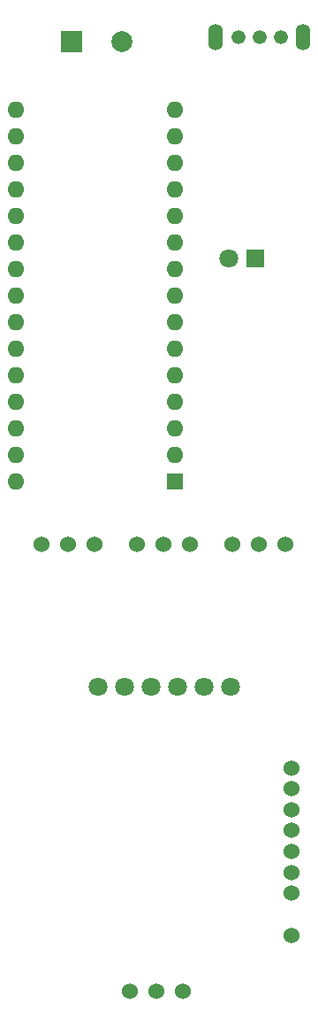
<source format=gbr>
%TF.GenerationSoftware,KiCad,Pcbnew,8.0.8*%
%TF.CreationDate,2025-07-07T15:36:10-04:00*%
%TF.ProjectId,V0.5.0,56302e35-2e30-42e6-9b69-6361645f7063,rev?*%
%TF.SameCoordinates,Original*%
%TF.FileFunction,Soldermask,Top*%
%TF.FilePolarity,Negative*%
%FSLAX46Y46*%
G04 Gerber Fmt 4.6, Leading zero omitted, Abs format (unit mm)*
G04 Created by KiCad (PCBNEW 8.0.8) date 2025-07-07 15:36:10*
%MOMM*%
%LPD*%
G01*
G04 APERTURE LIST*
%ADD10C,1.324000*%
%ADD11O,1.424000X2.524000*%
%ADD12R,1.600000X1.600000*%
%ADD13O,1.600000X1.600000*%
%ADD14C,1.524000*%
%ADD15R,1.800000X1.800000*%
%ADD16C,1.800000*%
%ADD17C,2.000000*%
%ADD18R,2.000000X2.000000*%
G04 APERTURE END LIST*
D10*
%TO.C,U3*%
X124732000Y-30120000D03*
X122700000Y-30120000D03*
X120668000Y-30120000D03*
D11*
X126891000Y-30120000D03*
X118509000Y-30120000D03*
%TD*%
D12*
%TO.C,A1*%
X114600000Y-72600000D03*
D13*
X114600000Y-70060000D03*
X114600000Y-67520000D03*
X114600000Y-64980000D03*
X114600000Y-62440000D03*
X114600000Y-59900000D03*
X114600000Y-57360000D03*
X114600000Y-54820000D03*
X114600000Y-52280000D03*
X114600000Y-49740000D03*
X114600000Y-47200000D03*
X114600000Y-44660000D03*
X114600000Y-42120000D03*
X114600000Y-39580000D03*
X114600000Y-37040000D03*
X99360000Y-37040000D03*
X99360000Y-39580000D03*
X99360000Y-42120000D03*
X99360000Y-44660000D03*
X99360000Y-47200000D03*
X99360000Y-49740000D03*
X99360000Y-52280000D03*
X99360000Y-54820000D03*
X99360000Y-57360000D03*
X99360000Y-59900000D03*
X99360000Y-62440000D03*
X99360000Y-64980000D03*
X99360000Y-67520000D03*
X99360000Y-70060000D03*
X99360000Y-72600000D03*
%TD*%
D14*
%TO.C,U7*%
X110920000Y-78610000D03*
X113460000Y-78610000D03*
X116000000Y-78610000D03*
%TD*%
%TO.C,U4*%
X101820000Y-78610000D03*
X104360000Y-78610000D03*
X106900000Y-78610000D03*
%TD*%
%TO.C,U5*%
X120120000Y-78610000D03*
X122660000Y-78610000D03*
X125200000Y-78610000D03*
%TD*%
%TO.C,U8*%
X110320000Y-121410000D03*
X112860000Y-121410000D03*
X115400000Y-121410000D03*
%TD*%
D15*
%TO.C,D1*%
X122300000Y-51300000D03*
D16*
X119760000Y-51300000D03*
%TD*%
D14*
%TO.C,U9*%
X125750000Y-116000000D03*
X125750000Y-112000000D03*
X125750000Y-110000000D03*
X125750000Y-108000000D03*
X125750000Y-106000000D03*
X125750000Y-104000000D03*
X125750000Y-102000000D03*
X125750000Y-100000000D03*
%TD*%
D16*
%TO.C,U2*%
X107230000Y-92230000D03*
X109770000Y-92230000D03*
X112310000Y-92230000D03*
X114850000Y-92230000D03*
X117390000Y-92230000D03*
X119930000Y-92230000D03*
%TD*%
D17*
%TO.C,U1*%
X109510000Y-30530000D03*
D18*
X104700000Y-30530000D03*
%TD*%
M02*

</source>
